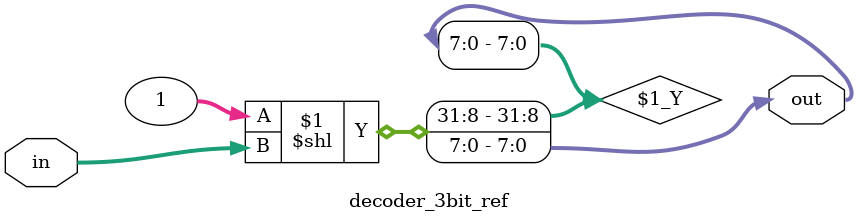
<source format=v>
module decoder_3bit_ref (
    input wire [2:0] in,
    output wire [7:0] out
);

    assign out = 1 << in;

endmodule

</source>
